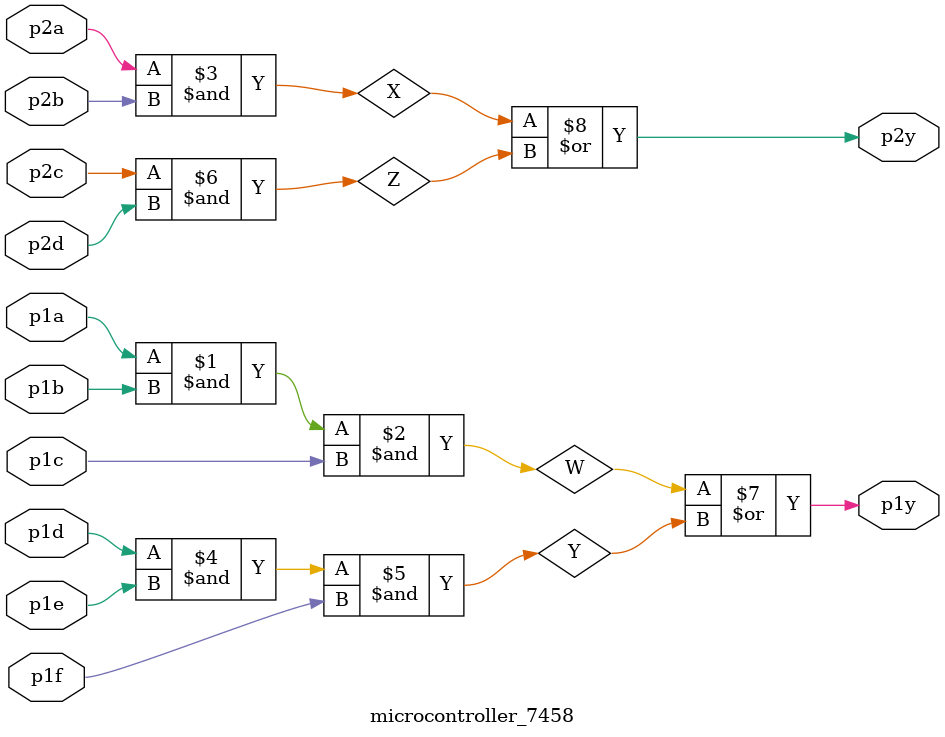
<source format=v>
module microcontroller_7458 ( 
    input p1a, p1b, p1c, p1d, p1e, p1f,
    output p1y,
    input p2a, p2b, p2c, p2d,
    output p2y
);

    wire W, X, Y, Z; // assign output signals

    assign W = p1a & p1b & p1c;
    assign X = p2a & p2b;

    assign Y = p1d & p1e & p1f;
    assign Z = p2c & p2d;

    assign p1y = W | Y; // output signal at P1
    assign p2y = X | Z; // output signal at P2

endmodule
</source>
